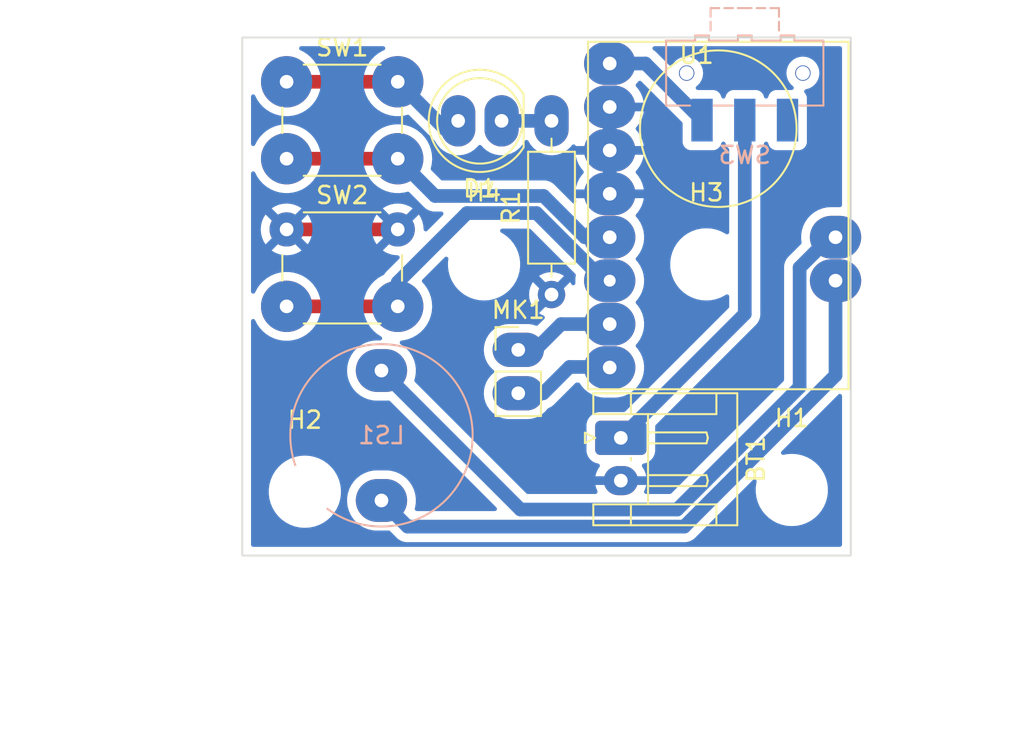
<source format=kicad_pcb>
(kicad_pcb (version 20211014) (generator pcbnew)
  (layers (0 "F.Cu" signal) (31 "B.Cu" signal) (34 "B.Paste" user) (35 "F.Paste" user) (36 "B.SilkS" user "B.Silkscreen") (37 "F.SilkS" user "F.Silkscreen") (38 "B.Mask" user) (39 "F.Mask" user) (44 "Edge.Cuts" user))
  (net 0 "")
  (net 1 "GND")
  (net 2 "Net-(SW2-Pad2)")
  (net 3 "Net-(BT1-Pad1)")
  (net 4 "Net-(MK1-Pad1)")
  (net 5 "Net-(MK1-Pad2)")
  (net 6 "Net-(LS1-Pad2)")
  (net 7 "Net-(LS1-Pad1)")
  (net 8 "Net-(U1-Pad3)")
  (net 9 "Net-(U1-Pad1)")
  (net 11 "Net-(D1-Pad2)")
  (net 12 "Net-(R1-Pad2)")
  (footprint "Button_Switch_THT:SW_PUSH_6mm_H4.3mm" (layer "F.Cu") (at 134.405295 79.3434)
    (fp_text reference "SW1" (at 3.25 -2) (layer "F.SilkS"))
    (fp_text value "SW_Push")
    (fp_line (start 5.5 -1) (end 1 -1) (layer "F.SilkS") (width 0.12))
    (fp_line (start -0.25 1.5) (end -0.25 3) (layer "F.SilkS") (width 0.12))
    (fp_line (start 1 5.5) (end 5.5 5.5) (layer "F.SilkS") (width 0.12))
    (fp_line (start 6.75 3) (end 6.75 1.5) (layer "F.SilkS") (width 0.12))
    (pad "1" thru_hole circle (at 0 0 90) (size 3 3) (drill 0.8) (layers *.Cu *.Mask) (net 11 "Net-(D1-Pad2)"))
    (pad "1" thru_hole circle (at 6.5 0 90) (size 3 3) (drill 0.8) (layers *.Cu *.Mask) (net 11 "Net-(D1-Pad2)"))
    (pad "2" thru_hole circle (at 6.5 4.5 90) (size 3 3) (drill 0.8) (layers *.Cu *.Mask) (net 8 "Net-(U1-Pad3)"))
    (pad "2" thru_hole circle (at 0 4.5 90) (size 3 3) (drill 0.8) (layers *.Cu *.Mask) (net 8 "Net-(U1-Pad3)"))
  )
  (footprint "Resistor_THT:R_Axial_DIN0207_L6.3mm_D2.5mm_P10.16mm_Horizontal" (layer "F.Cu") (at 149.899295 91.7894 90)
    (fp_text reference "R1" (at 5.08 -2.37 90) (layer "F.SilkS"))
    (fp_text value "R")
    (fp_line (start 1.81 -1.37) (end 1.81 1.37) (layer "F.SilkS") (width 0.12))
    (fp_line (start 9.12 0) (end 8.35 0) (layer "F.SilkS") (width 0.12))
    (fp_line (start 8.35 1.37) (end 8.35 -1.37) (layer "F.SilkS") (width 0.12))
    (fp_line (start 8.35 -1.37) (end 1.81 -1.37) (layer "F.SilkS") (width 0.12))
    (fp_line (start 1.81 1.37) (end 8.35 1.37) (layer "F.SilkS") (width 0.12))
    (fp_line (start 1.04 0) (end 1.81 0) (layer "F.SilkS") (width 0.12))
    (pad "1" thru_hole circle (at 0 0 90) (size 1.6 1.6) (drill 0.8) (layers *.Cu *.Mask) (net 1 "GND"))
    (pad "2" thru_hole oval (at 10.16 0 90) (size 3 2) (drill 0.8) (layers *.Cu *.Mask) (net 12 "Net-(R1-Pad2)"))
  )
  (footprint "MountingHole:MountingHole_3.2mm_M3" (layer "F.Cu") (at 163.953295 103.2194)
    (fp_text reference "H1" (at 0 -4.2) (layer "F.SilkS"))
    (fp_text value "MountingHole")
    (pad "" np_thru_hole circle (at 0 0) (size 3.2 3.2) (drill 3.2) (layers *.Cu *.Mask))
  )
  (footprint "MountingHole:MountingHole_3.2mm_M3" (layer "F.Cu") (at 135.472095 103.321)
    (fp_text reference "H2" (at 0 -4.2) (layer "F.SilkS"))
    (fp_text value "MountingHole")
    (pad "" np_thru_hole circle (at 0 0) (size 3.2 3.2) (drill 3.2) (layers *.Cu *.Mask))
  )
  (footprint "LED_THT:LED_D5.0mm" (layer "F.Cu") (at 146.978295 81.6294 180)
    (fp_text reference "D1" (at 1.27 -3.96) (layer "F.SilkS"))
    (fp_text value "LED")
    (fp_line (start -1.29 -1.545) (end -1.29 1.545) (layer "F.SilkS") (width 0.12))
    (fp_arc (start -1.29 -1.54483) (mid 2.072002 -2.880433) (end 4.26 0.000462) (layer "F.SilkS") (width 0.12))
    (fp_arc (start 4.26 -0.000462) (mid 2.072002 2.880433) (end -1.29 1.54483) (layer "F.SilkS") (width 0.12))
    (fp_circle (center 1.27 0) (end 3.77 0) (layer "F.SilkS") (width 0.12) (fill none))
    (pad "1" thru_hole oval (at 0 0 270) (size 3 2) (drill 0.8) (layers *.Cu *.Mask) (net 12 "Net-(R1-Pad2)"))
    (pad "2" thru_hole oval (at 2.54 0 270) (size 3 2) (drill 0.8) (layers *.Cu *.Mask) (net 11 "Net-(D1-Pad2)"))
  )
  (footprint "Button_Switch_THT:SW_PUSH_6mm_H4.3mm" (layer "F.Cu") (at 134.405295 87.9794)
    (fp_text reference "SW2" (at 3.25 -2) (layer "F.SilkS"))
    (fp_text value "SW_Push")
    (fp_line (start 6.75 3) (end 6.75 1.5) (layer "F.SilkS") (width 0.12))
    (fp_line (start 5.5 -1) (end 1 -1) (layer "F.SilkS") (width 0.12))
    (fp_line (start -0.25 1.5) (end -0.25 3) (layer "F.SilkS") (width 0.12))
    (fp_line (start 1 5.5) (end 5.5 5.5) (layer "F.SilkS") (width 0.12))
    (pad "1" thru_hole circle (at 0 0 90) (size 2 2) (drill 0.8) (layers *.Cu *.Mask) (net 1 "GND"))
    (pad "1" thru_hole circle (at 6.5 0 90) (size 2 2) (drill 0.8) (layers *.Cu *.Mask) (net 1 "GND"))
    (pad "2" thru_hole circle (at 6.5 4.5 90) (size 3 3) (drill 0.8) (layers *.Cu *.Mask) (net 2 "Net-(SW2-Pad2)"))
    (pad "2" thru_hole circle (at 0 4.5 90) (size 3 3) (drill 0.8) (layers *.Cu *.Mask) (net 2 "Net-(SW2-Pad2)"))
  )
  (footprint "Connector_JST:JST_EH_S2B-EH_1x02_P2.50mm_Horizontal" (layer "F.Cu") (at 153.953295 100.1714 -90)
    (fp_text reference "BT1" (at 1.25 -7.9 90) (layer "F.SilkS"))
    (fp_text value "Battery")
    (fp_line (start -1.39 -0.59) (end -1.39 1.61) (layer "F.SilkS") (width 0.12))
    (fp_line (start -1.39 -0.59) (end -2.61 -0.59) (layer "F.SilkS") (width 0.12))
    (fp_line (start 1.17 -0.59) (end 1.33 -0.59) (layer "F.SilkS") (width 0.12))
    (fp_line (start -0.3 2.1) (end 0.3 2.1) (layer "F.SilkS") (width 0.12))
    (fp_line (start 0.32 -1.59) (end 0 -1.59) (layer "F.SilkS") (width 0.12))
    (fp_line (start 2.82 -1.59) (end 2.5 -1.59) (layer "F.SilkS") (width 0.12))
    (fp_line (start 0 -5.09) (end 0.32 -5.01) (layer "F.SilkS") (width 0.12))
    (fp_line (start 3.89 -0.59) (end 5.11 -0.59) (layer "F.SilkS") (width 0.12))
    (fp_line (start -2.61 -5.59) (end -1.39 -5.59) (layer "F.SilkS") (width 0.12))
    (fp_line (start 2.82 -5.01) (end 2.82 -1.59) (layer "F.SilkS") (width 0.12))
    (fp_line (start 5.11 1.61) (end 3.89 1.61) (layer "F.SilkS") (width 0.12))
    (fp_line (start 2.18 -1.59) (end 2.18 -5.01) (layer "F.SilkS") (width 0.12))
    (fp_line (start 2.5 -5.09) (end 2.82 -5.01) (layer "F.SilkS") (width 0.12))
    (fp_line (start 0 -1.59) (end -0.32 -1.59) (layer "F.SilkS") (width 0.12))
    (fp_line (start 2.18 -5.01) (end 2.5 -5.09) (layer "F.SilkS") (width 0.12))
    (fp_line (start -2.61 -6.81) (end 5.11 -6.81) (layer "F.SilkS") (width 0.12))
    (fp_line (start 5.11 -6.81) (end 5.11 1.61) (layer "F.SilkS") (width 0.12))
    (fp_line (start 3.89 1.61) (end 3.89 -0.59) (layer "F.SilkS") (width 0.12))
    (fp_line (start 0 1.5) (end -0.3 2.1) (layer "F.SilkS") (width 0.12))
    (fp_line (start 2.5 -1.59) (end 2.18 -1.59) (layer "F.SilkS") (width 0.12))
    (fp_line (start -1.39 1.61) (end -2.61 1.61) (layer "F.SilkS") (width 0.12))
    (fp_line (start 5.11 -5.59) (end 3.89 -5.59) (layer "F.SilkS") (width 0.12))
    (fp_line (start 0.3 2.1) (end 0 1.5) (layer "F.SilkS") (width 0.12))
    (fp_line (start 3.89 -5.59) (end 3.89 -0.59) (layer "F.SilkS") (width 0.12))
    (fp_line (start -0.32 -1.59) (end -0.32 -5.01) (layer "F.SilkS") (width 0.12))
    (fp_line (start -2.61 1.61) (end -2.61 -6.81) (layer "F.SilkS") (width 0.12))
    (fp_line (start 0.32 -5.01) (end 0.32 -1.59) (layer "F.SilkS") (width 0.12))
    (fp_line (start -1.39 -5.59) (end -1.39 -0.59) (layer "F.SilkS") (width 0.12))
    (fp_line (start -0.32 -5.01) (end 0 -5.09) (layer "F.SilkS") (width 0.12))
    (fp_line (start -1.39 -1.59) (end 3.89 -1.59) (layer "F.SilkS") (width 0.12))
    (pad "2" thru_hole oval (at 2.5 0 270) (size 1.7 2) (drill 0.8) (layers *.Cu *.Mask) (net 1 "GND"))
    (pad "e" thru_hole roundrect (at 0 0) (size 3 2) (drill 0.8) (layers *.Cu *.Mask) (roundrect_rratio 0.147059))
  )
  (footprint "MountingHole:MountingHole_3.2mm_M3" (layer "F.Cu") (at 145.953295 90.0234)
    (fp_text reference "H4" (at 0 -4.2) (layer "F.SilkS"))
    (fp_text value "MountingHole")
    (pad "" np_thru_hole circle (at 0 0) (size 3.2 3.2) (drill 3.2) (layers *.Cu *.Mask))
  )
  (footprint "Connector_PinHeader_2.54mm:PinHeader_1x02_P2.54mm_Vertical" (layer "F.Cu") (at 147.953295 95.0234)
    (fp_text reference "MK1" (at 0 -2.33) (layer "F.SilkS"))
    (fp_text value "Microphone")
    (fp_line (start 1.33 1.27) (end 1.33 3.87) (layer "F.SilkS") (width 0.12))
    (fp_line (start -1.33 1.27) (end -1.33 3.87) (layer "F.SilkS") (width 0.12))
    (fp_line (start -1.33 1.27) (end 1.33 1.27) (layer "F.SilkS") (width 0.12))
    (fp_line (start -1.33 3.87) (end 1.33 3.87) (layer "F.SilkS") (width 0.12))
    (fp_line (start -1.33 0) (end -1.33 -1.33) (layer "F.SilkS") (width 0.12))
    (fp_line (start -1.33 -1.33) (end 0 -1.33) (layer "F.SilkS") (width 0.12))
    (pad "1" thru_hole oval (at 0 0) (size 3 2) (drill 0.8) (layers *.Cu *.Mask) (net 4 "Net-(MK1-Pad1)"))
    (pad "2" thru_hole oval (at 0 2.54) (size 3 2) (drill 0.8) (layers *.Cu *.Mask) (net 5 "Net-(MK1-Pad2)"))
  )
  (footprint "MountingHole:MountingHole_3.2mm_M3" (layer "F.Cu") (at 158.953295 90.0234)
    (fp_text reference "H3" (at 0 -4.2) (layer "F.SilkS"))
    (fp_text value "MountingHole")
    (pad "" np_thru_hole circle (at 0 0) (size 3.2 3.2) (drill 3.2) (layers *.Cu *.Mask))
  )
  (footprint "lxb18:lxb18" (layer "F.Cu") (at 158.382895 78.2766)
    (fp_text reference "U1" (at 0 -0.5 unlocked) (layer "F.SilkS"))
    (fp_text value "lxb18")
    (fp_rect (start -6.35 -1.27) (end 8.89 19.05) (layer "F.SilkS") (width 0.12) (fill none))
    (fp_circle (center 1.27 3.81) (end 3.81 7.62) (layer "F.SilkS") (width 0.12) (fill none))
    (pad "1" thru_hole oval (at -5.08 0) (size 3 2.5) (drill 0.8) (layers *.Cu *.Mask) (net 9 "Net-(U1-Pad1)"))
    (pad "2" thru_hole oval (at -5.08 7.62) (size 3 2.5) (drill 0.8) (layers *.Cu *.Mask) (net 1 "GND"))
    (pad "2" thru_hole oval (at -5.08 5.08) (size 3 2.5) (drill 0.8) (layers *.Cu *.Mask) (net 1 "GND"))
    (pad "2" thru_hole oval (at -5.08 2.54) (size 3 2.5) (drill 0.8) (layers *.Cu *.Mask) (net 1 "GND"))
    (pad "3" thru_hole oval (at -5.08 10.16) (size 3 2.5) (drill 0.8) (layers *.Cu *.Mask) (net 8 "Net-(U1-Pad3)"))
    (pad "4" thru_hole oval (at -5.08 12.7) (size 3 2.5) (drill 0.7) (layers *.Cu *.Mask) (net 2 "Net-(SW2-Pad2)"))
    (pad "5" thru_hole oval (at -5.08 15.24) (size 3 2.5) (drill 0.8) (layers *.Cu *.Mask) (net 4 "Net-(MK1-Pad1)"))
    (pad "6" thru_hole oval (at -5.08 17.78) (size 3 2.5) (drill 0.8) (layers *.Cu *.Mask) (net 5 "Net-(MK1-Pad2)"))
    (pad "7" thru_hole oval (at 8.128 12.7) (size 3 2.5) (drill 0.8) (layers *.Cu *.Mask) (net 6 "Net-(LS1-Pad2)"))
    (pad "8" thru_hole oval (at 8.128 10.16) (size 3 2.5) (drill 0.8) (layers *.Cu *.Mask) (net 7 "Net-(LS1-Pad1)"))
  )
  (footprint "Connector_PinHeader_2.54mm:PinHeader_1x04_P2.54mm_Vertical" (layer "B.Cu") (at 139.953295 100.0234 180)
    (fp_text reference "LS1" (at 0 0) (layer "B.SilkS") (effects (justify mirror)))
    (fp_text value "Speaker")
    (fp_circle (center 0 0) (end 5.334 0) (layer "B.SilkS") (width 0.12) (fill none))
    (pad "1" thru_hole oval (at 0 3.79 180) (size 3 2.5) (drill 0.8) (layers *.Cu *.Mask) (net 7 "Net-(LS1-Pad1)"))
    (pad "2" thru_hole oval (at 0 -3.81 180) (size 3 2.5) (drill 0.8) (layers *.Cu *.Mask) (net 6 "Net-(LS1-Pad2)"))
  )
  (footprint "Button_Switch_SMD:SW_SPDT_CK-JS102011SAQN" (layer "B.Cu") (at 161.202295 78.8354)
    (fp_text reference "SW3" (at 0 4.8) (layer "B.SilkS") (effects (justify mirror)))
    (fp_text value "POWER")
    (fp_line (start 2.1 -2.2) (end 2.1 -1.9) (layer "B.SilkS") (width 0.12))
    (fp_line (start 2.9 -1.9) (end 2.9 -2.2) (layer "B.SilkS") (width 0.12))
    (fp_line (start 4.6 1.9) (end 4.6 -1.9) (layer "B.SilkS") (width 0.12))
    (fp_line (start 1.2 -3.8) (end 0.7 -3.8) (layer "B.SilkS") (width 0.12))
    (fp_line (start -2 -2.5) (end -2 -2.5) (layer "B.SilkS") (width 0.12))
    (fp_line (start 0.4 -1.9) (end 0.4 -2.2) (layer "B.SilkS") (width 0.12))
    (fp_line (start -0.4 -2.2) (end -0.4 -1.9) (layer "B.SilkS") (width 0.12))
    (fp_line (start 0.7 1.9) (end 0.7 1.9) (layer "B.SilkS") (width 0.12))
    (fp_line (start -0.7 -3.8) (end -0.7 -3.8) (layer "B.SilkS") (width 0.12))
    (fp_line (start 1.5 -3.8) (end 1.5 -3.8) (layer "B.SilkS") (width 0.12))
    (fp_line (start 2 -3.8) (end 1.5 -3.8) (layer "B.SilkS") (width 0.12))
    (fp_line (start 2.9 -2.2) (end 2.1 -2.2) (layer "B.SilkS") (width 0.12))
    (fp_line (start -2 -3.8) (end -1.5 -3.8) (layer "B.SilkS") (width 0.12))
    (fp_line (start 2 -2.5) (end 2 -2.5) (layer "B.SilkS") (width 0.12))
    (fp_line (start -4.6 1.9) (end -3.2 1.9) (layer "B.SilkS") (width 0.12))
    (fp_line (start -0.4 -1.9) (end -2.1 -1.9) (layer "B.SilkS") (width 0.12))
    (fp_line (start -4.6 -1.9) (end -4.6 1.9) (layer "B.SilkS") (width 0.12))
    (fp_line (start 0.4 -2.2) (end -0.4 -2.2) (layer "B.SilkS") (width 0.12))
    (fp_line (start -4.6 -1.9) (end -4.6 -1.9) (layer "B.SilkS") (width 0.12))
    (fp_line (start 0.4 -3.8) (end -0.4 -3.8) (layer "B.SilkS") (width 0.12))
    (fp_line (start -2 -3.3) (end -2 -3.3) (layer "B.SilkS") (width 0.12))
    (fp_line (start -1.2 -3.8) (end -0.7 -3.8) (layer "B.SilkS") (width 0.12))
    (fp_line (start 0.7 -3.8) (end 0.7 -3.8) (layer "B.SilkS") (width 0.12))
    (fp_line (start 2 -3.8) (end 2 -3.3) (layer "B.SilkS") (width 0.12))
    (fp_line (start 4.6 -1.9) (end 2.9 -1.9) (layer "B.SilkS") (width 0.12))
    (fp_line (start -1.8 1.9) (end -1.8 1.9) (layer "B.SilkS") (width 0.12))
    (fp_line (start -0.7 1.9) (end -1.8 1.9) (layer "B.SilkS") (width 0.12))
    (fp_line (start -2.1 -1.9) (end -2.1 -2.2) (layer "B.SilkS") (width 0.12))
    (fp_line (start -2.9 -1.9) (end -4.6 -1.9) (layer "B.SilkS") (width 0.12))
    (fp_line (start 2 -3) (end 2 -2.5) (layer "B.SilkS") (width 0.12))
    (fp_line (start 3.2 1.9) (end 4.6 1.9) (layer "B.SilkS") (width 0.12))
    (fp_line (start -2.1 -2.2) (end -2.9 -2.2) (layer "B.SilkS") (width 0.12))
    (fp_line (start 2 -3.3) (end 2 -3.3) (layer "B.SilkS") (width 0.12))
    (fp_line (start -0.4 -3.8) (end -0.4 -3.8) (layer "B.SilkS") (width 0.12))
    (fp_line (start -2 -3.8) (end -2 -3.3) (layer "B.SilkS") (width 0.12))
    (fp_line (start -1.5 -3.8) (end -1.5 -3.8) (layer "B.SilkS") (width 0.12))
    (fp_line (start 1.8 1.9) (end 0.7 1.9) (layer "B.SilkS") (width 0.12))
    (fp_line (start -2 -3) (end -2 -2.5) (layer "B.SilkS") (width 0.12))
    (fp_line (start 2.1 -1.9) (end 0.4 -1.9) (layer "B.SilkS") (width 0.12))
    (fp_line (start -2.9 -2.2) (end -2.9 -1.9) (layer "B.SilkS") (width 0.12))
    (pad "" np_thru_hole circle (at 3.4 0) (size 0.9 0.9) (drill 0.8) (layers F&B.Cu *.Mask))
    (pad "" np_thru_hole circle (at -3.4 0) (size 0.9 0.9) (drill 0.8) (layers F&B.Cu *.Mask))
    (pad "1" smd rect (at -2.5 2.75) (size 1.25 2.5) (layers "B.Cu" "B.Paste" "B.Mask") (net 9 "Net-(U1-Pad1)"))
    (pad "2" smd rect (at 0 2.75) (size 1.25 2.5) (layers "B.Cu" "B.Paste" "B.Mask") (net 3 "Net-(BT1-Pad1)"))
    (pad "3" smd rect (at 2.5 2.75) (size 1.25 2.5) (layers "B.Cu" "B.Paste" "B.Mask"))
  )
  (gr_rect (start 131.814495 107.0548) (end 167.399895 76.7526) (layer "Edge.Cuts") (width 0.1) (fill none))
  (segment (start 134.405295 87.9794) (end 140.905295 87.9794) (width 0.8) (layer "F.Cu") (net 1))
  (segment (start 153.302895 85.8966) (end 153.302895 80.8166) (width 0.8) (layer "B.Cu") (net 1))
  (segment (start 134.405295 92.4794) (end 140.905295 92.4794) (width 0.8) (layer "F.Cu") (net 2))
  (segment (start 152.9766 90.9766) (end 153.302895 90.9766) (width 0.8) (layer "B.Cu") (net 2))
  (segment (start 144.953295 87.0234) (end 149.0234 87.0234) (width 0.8) (layer "B.Cu") (net 2))
  (segment (start 140.905295 92.4794) (end 140.905295 91.0714) (width 0.8) (layer "B.Cu") (net 2))
  (segment (start 140.905295 91.0714) (end 144.953295 87.0234) (width 0.8) (layer "B.Cu") (net 2))
  (segment (start 149.0234 87.0234) (end 152.9766 90.9766) (width 0.8) (layer "B.Cu") (net 2))
  (segment (start 161.202295 92.9224) (end 161.202295 81.5854) (width 0.8) (layer "B.Cu") (net 3))
  (segment (start 153.953295 100.1714) (end 161.202295 92.9224) (width 0.8) (layer "B.Cu") (net 3))
  (segment (start 147.953295 95.0234) (end 148.953295 95.0234) (width 0.8) (layer "B.Cu") (net 4))
  (segment (start 150.460095 93.5166) (end 153.302895 93.5166) (width 0.8) (layer "B.Cu") (net 4))
  (segment (start 148.953295 95.0234) (end 150.460095 93.5166) (width 0.8) (layer "B.Cu") (net 4))
  (segment (start 153.269695 96.0234) (end 153.302895 96.0566) (width 0.8) (layer "B.Cu") (net 5))
  (segment (start 149.953295 97.0234) (end 150.953295 96.0234) (width 0.8) (layer "B.Cu") (net 5))
  (segment (start 147.953295 97.5634) (end 149.413295 97.5634) (width 0.8) (layer "B.Cu") (net 5))
  (segment (start 149.413295 97.5634) (end 149.953295 97.0234) (width 0.8) (layer "B.Cu") (net 5))
  (segment (start 150.953295 96.0234) (end 153.269695 96.0234) (width 0.8) (layer "B.Cu") (net 5))
  (segment (start 148.493295 97.0234) (end 147.953295 97.5634) (width 0.8) (layer "B.Cu") (net 5))
  (segment (start 166.510895 96.5138) (end 157.662794 105.361901) (width 0.8) (layer "B.Cu") (net 6))
  (segment (start 166.510895 90.9766) (end 166.510895 96.5138) (width 0.8) (layer "B.Cu") (net 6))
  (segment (start 157.662794 105.361901) (end 141.481796 105.361901) (width 0.8) (layer "B.Cu") (net 6))
  (segment (start 141.481796 105.361901) (end 139.953295 103.8334) (width 0.8) (layer "B.Cu") (net 6))
  (segment (start 164.410895 90.210305) (end 166.1846 88.4366) (width 0.8) (layer "B.Cu") (net 7))
  (segment (start 164.410895 97.200292) (end 164.410895 90.210305) (width 0.8) (layer "B.Cu") (net 7))
  (segment (start 148.082295 104.3624) (end 157.248787 104.3624) (width 0.8) (layer "B.Cu") (net 7))
  (segment (start 139.953295 96.2334) (end 148.082295 104.3624) (width 0.8) (layer "B.Cu") (net 7))
  (segment (start 157.248787 104.3624) (end 164.410895 97.200292) (width 0.8) (layer "B.Cu") (net 7))
  (segment (start 166.1846 88.4366) (end 166.510895 88.4366) (width 0.8) (layer "B.Cu") (net 7))
  (segment (start 140.905295 83.8434) (end 134.405295 83.8434) (width 0.8) (layer "F.Cu") (net 8))
  (segment (start 153.302895 88.4366) (end 151.850108 88.4366) (width 0.8) (layer "B.Cu") (net 8))
  (segment (start 143.085295 86.0234) (end 140.905295 83.8434) (width 0.8) (layer "B.Cu") (net 8))
  (segment (start 149.436908 86.0234) (end 143.085295 86.0234) (width 0.8) (layer "B.Cu") (net 8))
  (segment (start 151.850108 88.4366) (end 149.436908 86.0234) (width 0.8) (layer "B.Cu") (net 8))
  (segment (start 153.302895 78.2766) (end 155.393495 78.2766) (width 0.8) (layer "B.Cu") (net 9))
  (segment (start 155.393495 78.2766) (end 158.702295 81.5854) (width 0.8) (layer "B.Cu") (net 9))
  (segment (start 134.405295 79.3434) (end 140.905295 79.3434) (width 0.8) (layer "F.Cu") (net 11))
  (segment (start 140.905295 79.3434) (end 143.699295 82.1374) (width 0.8) (layer "B.Cu") (net 11))
  (segment (start 143.699295 82.1374) (end 143.930295 82.1374) (width 0.8) (layer "B.Cu") (net 11))
  (segment (start 143.930295 82.1374) (end 144.438295 81.6294) (width 0.8) (layer "B.Cu") (net 11))
  (segment (start 146.978295 81.6294) (end 149.899295 81.6294) (width 0.8) (layer "B.Cu") (net 12))
  (zone (net 1) (net_name "GND") (layer "B.Cu") (connect_pads (clearance 0.508)) (min_thickness 0.254) (fill yes (thermal_gap 0.508) (thermal_bridge_width 0.508))
    (polygon (pts (xy 177.534495 117.4434) (xy 117.692095 117.4434) (xy 117.641295 75.1778) (xy 177.534495 75.1778)))
  )
)
</source>
